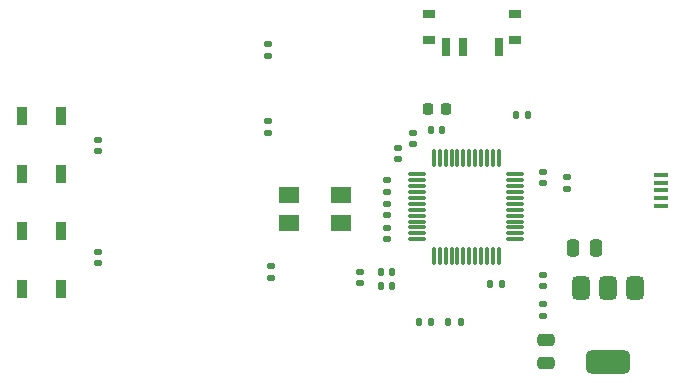
<source format=gbr>
%TF.GenerationSoftware,KiCad,Pcbnew,8.0.2-8.0.2-0~ubuntu22.04.1*%
%TF.CreationDate,2024-05-17T11:44:14+02:00*%
%TF.ProjectId,qclock,71636c6f-636b-42e6-9b69-6361645f7063,rev?*%
%TF.SameCoordinates,Original*%
%TF.FileFunction,Paste,Top*%
%TF.FilePolarity,Positive*%
%FSLAX46Y46*%
G04 Gerber Fmt 4.6, Leading zero omitted, Abs format (unit mm)*
G04 Created by KiCad (PCBNEW 8.0.2-8.0.2-0~ubuntu22.04.1) date 2024-05-17 11:44:14*
%MOMM*%
%LPD*%
G01*
G04 APERTURE LIST*
G04 Aperture macros list*
%AMRoundRect*
0 Rectangle with rounded corners*
0 $1 Rounding radius*
0 $2 $3 $4 $5 $6 $7 $8 $9 X,Y pos of 4 corners*
0 Add a 4 corners polygon primitive as box body*
4,1,4,$2,$3,$4,$5,$6,$7,$8,$9,$2,$3,0*
0 Add four circle primitives for the rounded corners*
1,1,$1+$1,$2,$3*
1,1,$1+$1,$4,$5*
1,1,$1+$1,$6,$7*
1,1,$1+$1,$8,$9*
0 Add four rect primitives between the rounded corners*
20,1,$1+$1,$2,$3,$4,$5,0*
20,1,$1+$1,$4,$5,$6,$7,0*
20,1,$1+$1,$6,$7,$8,$9,0*
20,1,$1+$1,$8,$9,$2,$3,0*%
G04 Aperture macros list end*
%ADD10RoundRect,0.375000X-0.375000X0.625000X-0.375000X-0.625000X0.375000X-0.625000X0.375000X0.625000X0*%
%ADD11RoundRect,0.500000X-1.400000X0.500000X-1.400000X-0.500000X1.400000X-0.500000X1.400000X0.500000X0*%
%ADD12RoundRect,0.135000X-0.135000X-0.185000X0.135000X-0.185000X0.135000X0.185000X-0.135000X0.185000X0*%
%ADD13RoundRect,0.140000X0.170000X-0.140000X0.170000X0.140000X-0.170000X0.140000X-0.170000X-0.140000X0*%
%ADD14RoundRect,0.135000X0.185000X-0.135000X0.185000X0.135000X-0.185000X0.135000X-0.185000X-0.135000X0*%
%ADD15RoundRect,0.140000X-0.170000X0.140000X-0.170000X-0.140000X0.170000X-0.140000X0.170000X0.140000X0*%
%ADD16R,1.300000X0.450000*%
%ADD17RoundRect,0.075000X-0.662500X-0.075000X0.662500X-0.075000X0.662500X0.075000X-0.662500X0.075000X0*%
%ADD18RoundRect,0.075000X-0.075000X-0.662500X0.075000X-0.662500X0.075000X0.662500X-0.075000X0.662500X0*%
%ADD19RoundRect,0.140000X0.140000X0.170000X-0.140000X0.170000X-0.140000X-0.170000X0.140000X-0.170000X0*%
%ADD20R,1.000000X0.800000*%
%ADD21R,0.700000X1.500000*%
%ADD22RoundRect,0.135000X-0.185000X0.135000X-0.185000X-0.135000X0.185000X-0.135000X0.185000X0.135000X0*%
%ADD23RoundRect,0.147500X0.172500X-0.147500X0.172500X0.147500X-0.172500X0.147500X-0.172500X-0.147500X0*%
%ADD24R,1.800000X1.400000*%
%ADD25RoundRect,0.147500X0.147500X0.172500X-0.147500X0.172500X-0.147500X-0.172500X0.147500X-0.172500X0*%
%ADD26RoundRect,0.225000X-0.225000X-0.250000X0.225000X-0.250000X0.225000X0.250000X-0.225000X0.250000X0*%
%ADD27RoundRect,0.250000X0.250000X0.475000X-0.250000X0.475000X-0.250000X-0.475000X0.250000X-0.475000X0*%
%ADD28R,0.900000X1.500000*%
%ADD29RoundRect,0.250000X0.475000X-0.250000X0.475000X0.250000X-0.475000X0.250000X-0.475000X-0.250000X0*%
%ADD30RoundRect,0.140000X-0.140000X-0.170000X0.140000X-0.170000X0.140000X0.170000X-0.140000X0.170000X0*%
G04 APERTURE END LIST*
D10*
%TO.C,U2*%
X165800000Y-94350000D03*
X163500000Y-94350000D03*
D11*
X163500000Y-100650000D03*
D10*
X161200000Y-94350000D03*
%TD*%
D12*
%TO.C,R1*%
X155740000Y-79750000D03*
X156760000Y-79750000D03*
%TD*%
D13*
%TO.C,C3*%
X145750000Y-83480000D03*
X145750000Y-82520000D03*
%TD*%
D14*
%TO.C,R5*%
X160000000Y-86010000D03*
X160000000Y-84990000D03*
%TD*%
D15*
%TO.C,C6*%
X144750000Y-87270000D03*
X144750000Y-88230000D03*
%TD*%
D13*
%TO.C,C1*%
X144750000Y-86210000D03*
X144750000Y-85250000D03*
%TD*%
D14*
%TO.C,R2*%
X135000000Y-93510000D03*
X135000000Y-92490000D03*
%TD*%
D15*
%TO.C,C14*%
X120350000Y-82800000D03*
X120350000Y-81840000D03*
%TD*%
D16*
%TO.C,J3*%
X168000000Y-87400000D03*
X168000000Y-86750000D03*
X168000000Y-86100000D03*
X168000000Y-85450000D03*
X168000000Y-84800000D03*
%TD*%
D17*
%TO.C,U1*%
X147337500Y-84750000D03*
X147337500Y-85250000D03*
X147337500Y-85750000D03*
X147337500Y-86250000D03*
X147337500Y-86750000D03*
X147337500Y-87250000D03*
X147337500Y-87750000D03*
X147337500Y-88250000D03*
X147337500Y-88750000D03*
X147337500Y-89250000D03*
X147337500Y-89750000D03*
X147337500Y-90250000D03*
D18*
X148750000Y-91662500D03*
X149250000Y-91662500D03*
X149750000Y-91662500D03*
X150250000Y-91662500D03*
X150750000Y-91662500D03*
X151250000Y-91662500D03*
X151750000Y-91662500D03*
X152250000Y-91662500D03*
X152750000Y-91662500D03*
X153250000Y-91662500D03*
X153750000Y-91662500D03*
X154250000Y-91662500D03*
D17*
X155662500Y-90250000D03*
X155662500Y-89750000D03*
X155662500Y-89250000D03*
X155662500Y-88750000D03*
X155662500Y-88250000D03*
X155662500Y-87750000D03*
X155662500Y-87250000D03*
X155662500Y-86750000D03*
X155662500Y-86250000D03*
X155662500Y-85750000D03*
X155662500Y-85250000D03*
X155662500Y-84750000D03*
D18*
X154250000Y-83337500D03*
X153750000Y-83337500D03*
X153250000Y-83337500D03*
X152750000Y-83337500D03*
X152250000Y-83337500D03*
X151750000Y-83337500D03*
X151250000Y-83337500D03*
X150750000Y-83337500D03*
X150250000Y-83337500D03*
X149750000Y-83337500D03*
X149250000Y-83337500D03*
X148750000Y-83337500D03*
%TD*%
D19*
%TO.C,C7*%
X154480000Y-94000000D03*
X153520000Y-94000000D03*
%TD*%
D12*
%TO.C,R7*%
X147490000Y-97250000D03*
X148510000Y-97250000D03*
%TD*%
D20*
%TO.C,SW1*%
X155650000Y-73350000D03*
X155650000Y-71140000D03*
X148350000Y-73350000D03*
X148350000Y-71140000D03*
D21*
X154250000Y-74000000D03*
X151250000Y-74000000D03*
X149750000Y-74000000D03*
%TD*%
D13*
%TO.C,C9*%
X144750000Y-90230000D03*
X144750000Y-89270000D03*
%TD*%
D22*
%TO.C,R4*%
X134750000Y-73750000D03*
X134750000Y-74770000D03*
%TD*%
D23*
%TO.C,D1*%
X158000000Y-94235000D03*
X158000000Y-93265000D03*
%TD*%
D24*
%TO.C,Y1*%
X140900000Y-86500000D03*
X136500000Y-86500000D03*
X136500000Y-88900000D03*
X140900000Y-88900000D03*
%TD*%
D15*
%TO.C,C10*%
X142500000Y-93000000D03*
X142500000Y-93960000D03*
%TD*%
D19*
%TO.C,C11*%
X145230000Y-94250000D03*
X144270000Y-94250000D03*
%TD*%
D15*
%TO.C,C16*%
X120350000Y-92300000D03*
X120350000Y-91340000D03*
%TD*%
D25*
%TO.C,FB1*%
X145235000Y-93000000D03*
X144265000Y-93000000D03*
%TD*%
D15*
%TO.C,C4*%
X158000000Y-84520000D03*
X158000000Y-85480000D03*
%TD*%
D26*
%TO.C,C2*%
X148225000Y-79250000D03*
X149775000Y-79250000D03*
%TD*%
D22*
%TO.C,R3*%
X134750000Y-80240000D03*
X134750000Y-81260000D03*
%TD*%
D27*
%TO.C,C12*%
X162450000Y-91000000D03*
X160550000Y-91000000D03*
%TD*%
D28*
%TO.C,D2*%
X117150000Y-79800000D03*
X113850000Y-79800000D03*
X113850000Y-84700000D03*
X117150000Y-84700000D03*
%TD*%
D14*
%TO.C,R6*%
X158000000Y-96760000D03*
X158000000Y-95740000D03*
%TD*%
D29*
%TO.C,C13*%
X158250000Y-100700000D03*
X158250000Y-98800000D03*
%TD*%
D30*
%TO.C,C8*%
X148520000Y-81000000D03*
X149480000Y-81000000D03*
%TD*%
D13*
%TO.C,C5*%
X147000000Y-82230000D03*
X147000000Y-81270000D03*
%TD*%
D28*
%TO.C,D4*%
X117150000Y-89550000D03*
X113850000Y-89550000D03*
X113850000Y-94450000D03*
X117150000Y-94450000D03*
%TD*%
D12*
%TO.C,R8*%
X149990000Y-97250000D03*
X151010000Y-97250000D03*
%TD*%
M02*

</source>
